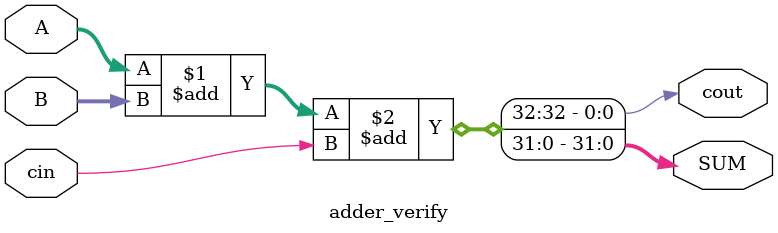
<source format=v>
`timescale 1ns / 1ps


module adder_verify#(parameter SIZE = 32) (
    input [SIZE-1:0] A,
    input [SIZE-1:0] B,
    input cin,
    output [SIZE-1:0] SUM,
    output cout
    );
    
   assign {cout,SUM} = A + B + cin;
    
endmodule

</source>
